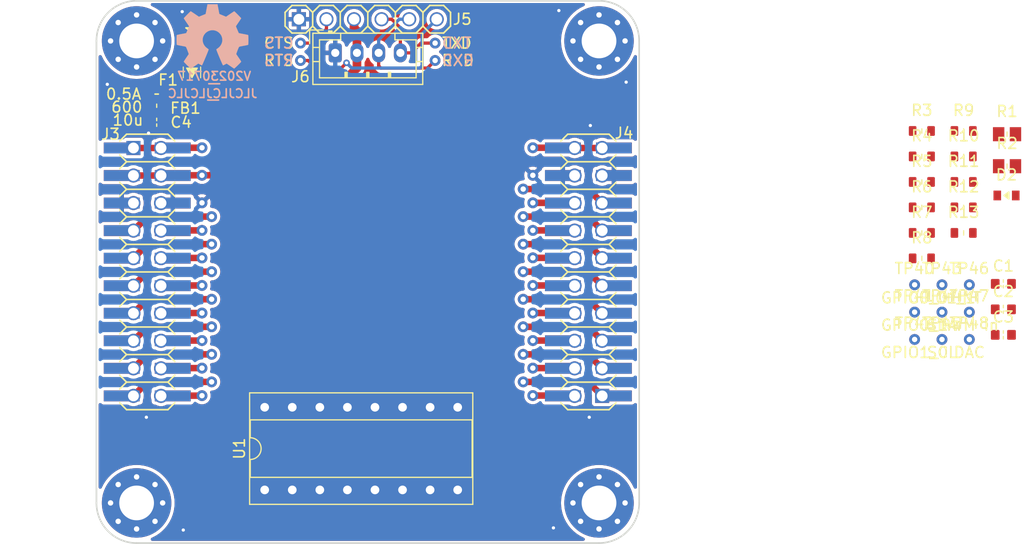
<source format=kicad_pcb>
(kicad_pcb (version 20221018) (generator pcbnew)
  (layers (0 "F.Cu" signal) (31 "B.Cu" signal) (34 "B.Paste" user) (35 "F.Paste" user) (36 "B.SilkS" user "B.Silkscreen") (37 "F.SilkS" user "F.Silkscreen") (38 "B.Mask" user) (39 "F.Mask" user) (44 "Edge.Cuts" user))
  (net 0 "")
  (net 1 "/VBUS")
  (net 2 "/VSS")
  (net 3 "/GPIO_28")
  (net 4 "/GPIO_29")
  (net 5 "/GPIO_20")
  (net 6 "/GPIO_23")
  (net 7 "/GPIO_27")
  (net 8 "/GPIO_16")
  (net 9 "/GPIO_21")
  (net 10 "/GPIO_19")
  (net 11 "/GPIO_17")
  (net 12 "/GPIO_18")
  (net 13 "/GPIO_15")
  (net 14 "/GPIO_14")
  (net 15 "/GPIO_22")
  (net 16 "/GPIO_24")
  (net 17 "/GPIO_25")
  (net 18 "/GPIO_26")
  (net 19 "/GPIO_13")
  (net 20 "/GPIO_12")
  (net 21 "/GPIO_11")
  (net 22 "/GPIO_10")
  (net 23 "/GPIO_09")
  (net 24 "/GPIO_08")
  (net 25 "/GPIO_07")
  (net 26 "/GPIO_06")
  (net 27 "/GPIO_05")
  (net 28 "/GPIO_04")
  (net 29 "/GPIO_03")
  (net 30 "/GPIO_02")
  (net 31 "/GPIO_01")
  (net 32 "/GPIO_00")
  (net 33 "/VDD1")
  (net 34 "/VDD2")
  (net 35 "Net-(F1-Pad1)")
  (net 36 "/TXD")
  (net 37 "/RXD")
  (net 38 "/RTS")
  (net 39 "/CTS")
  (net 40 "Net-(D1-K)")
  (net 41 "/VIN")
  (net 42 "Net-(C2-Pad2)")
  (net 43 "Net-(D2-K)")
  (net 44 "Net-(R1-Pad1)")
  (net 45 "Net-(R1-Pad2)")
  (net 46 "Net-(R2-Pad1)")
  (net 47 "Net-(R2-Pad2)")
  (net 48 "/SDA")
  (net 49 "/SCL")
  (net 50 "Net-(U1-A0)")
  (net 51 "Net-(U1-A1)")
  (net 52 "Net-(U1-A2)")
  (net 53 "Net-(U1-P7)")
  (net 54 "Net-(U1-P6)")
  (net 55 "Net-(U1-P5)")
  (net 56 "Net-(U1-P4)")
  (net 57 "/INT")
  (net 58 "Net-(R13-Pad1)")
  (net 59 "Net-(U1-P0)")
  (net 60 "Net-(U1-P1)")
  (footprint "MountingHole:MountingHole_3.2mm_M3_Pad_Via" (layer "F.Cu") (at 63.7 64.7)
    (fp_text reference "H1" hide)
    (fp_text value "MountingHole" hide)
  )
  (footprint "MountingHole:MountingHole_3.2mm_M3_Pad_Via" (layer "F.Cu") (at 106.3 64.7)
    (fp_text reference "H2" hide)
    (fp_text value "MountingHole" hide)
  )
  (footprint "MountingHole:MountingHole_3.2mm_M3_Pad_Via" (layer "F.Cu") (at 63.7 107.3)
    (fp_text reference "H4" hide)
    (fp_text value "MountingHole" hide)
  )
  (footprint "MountingHole:MountingHole_3.2mm_M3_Pad_Via" (layer "F.Cu") (at 106.3 107.3)
    (fp_text reference "H3" hide)
    (fp_text value "MountingHole" hide)
  )
  (footprint "SquantorConnectorsNamed:nuclone_small_right_stacked" (layer "F.Cu") (at 105.32 86 90)
    (fp_text reference "J4")
    (fp_text value "nuclone_small_right")
  )
  (footprint "SquantorConnectorsNamed:nuclone_small_left_stacked" (layer "F.Cu") (at 64.68 86 -90)
    (fp_text reference "J3")
    (fp_text value "nuclone_small_left")
  )
  (footprint "SquantorTestPoints:TestPoint_hole_H05R10_2side" (layer "F.Cu") (at 69.723 74.549)
    (fp_text reference "TP1" hide)
    (fp_text value "VDD1" hide)
  )
  (footprint "SquantorTestPoints:TestPoint_hole_H05R10_2side" (layer "F.Cu") (at 69.723 77.089)
    (fp_text reference "TP2" hide)
    (fp_text value "VBUS" hide)
  )
  (footprint "SquantorTestPoints:TestPoint_hole_H05R10_2side" (layer "F.Cu") (at 69.723 79.629)
    (fp_text reference "TP3" hide)
    (fp_text value "VSS" hide)
  )
  (footprint "SquantorTestPoints:TestPoint_hole_H05R10_2side" (layer "F.Cu") (at 70.612 80.9)
    (fp_text reference "TP4" hide)
    (fp_text value "P00" hide)
  )
  (footprint "SquantorTestPoints:TestPoint_hole_H05R10_2side" (layer "F.Cu") (at 69.723 82.169)
    (fp_text reference "TP5" hide)
    (fp_text value "P01" hide)
  )
  (footprint "SquantorTestPoints:TestPoint_hole_H05R10_2side" (layer "F.Cu") (at 70.612 83.439)
    (fp_text reference "TP6" hide)
    (fp_text value "P02" hide)
  )
  (footprint "SquantorTestPoints:TestPoint_hole_H05R10_2side" (layer "F.Cu") (at 69.723 84.709)
    (fp_text reference "TP7" hide)
    (fp_text value "P03" hide)
  )
  (footprint "SquantorTestPoints:TestPoint_hole_H05R10_2side" (layer "F.Cu") (at 70.612 85.979)
    (fp_text reference "TP8" hide)
    (fp_text value "P04" hide)
  )
  (footprint "SquantorTestPoints:TestPoint_hole_H05R10_2side" (layer "F.Cu") (at 69.723 87.249)
    (fp_text reference "TP9" hide)
    (fp_text value "P05" hide)
  )
  (footprint "SquantorTestPoints:TestPoint_hole_H05R10_2side" (layer "F.Cu") (at 70.612 88.519)
    (fp_text reference "TP10" hide)
    (fp_text value "P06" hide)
  )
  (footprint "SquantorTestPoints:TestPoint_hole_H05R10_2side" (layer "F.Cu") (at 69.723 89.789)
    (fp_text reference "TP11" hide)
    (fp_text value "P07" hide)
  )
  (footprint "SquantorTestPoints:TestPoint_hole_H05R10_2side" (layer "F.Cu") (at 70.612 91.059)
    (fp_text reference "TP12" hide)
    (fp_text value "P08" hide)
  )
  (footprint "SquantorTestPoints:TestPoint_hole_H05R10_2side" (layer "F.Cu") (at 69.723 92.329)
    (fp_text reference "TP13" hide)
    (fp_text value "P09" hide)
  )
  (footprint "SquantorTestPoints:TestPoint_hole_H05R10_2side" (layer "F.Cu") (at 70.612 93.599)
    (fp_text reference "TP14" hide)
    (fp_text value "P10" hide)
  )
  (footprint "SquantorTestPoints:TestPoint_hole_H05R10_2side" (layer "F.Cu") (at 69.723 94.869)
    (fp_text reference "TP15" hide)
    (fp_text value "P11" hide)
  )
  (footprint "SquantorTestPoints:TestPoint_hole_H05R10_2side" (layer "F.Cu") (at 70.612 96.139)
    (fp_text reference "TP16" hide)
    (fp_text value "P12" hide)
  )
  (footprint "SquantorTestPoints:TestPoint_hole_H05R10_2side" (layer "F.Cu") (at 69.723 97.409)
    (fp_text reference "TP17" hide)
    (fp_text value "P13" hide)
  )
  (footprint "SquantorTestPoints:TestPoint_hole_H05R10_2side" (layer "F.Cu") (at 100.203 74.549)
    (fp_text reference "TP18" hide)
    (fp_text value "VDD2" hide)
  )
  (footprint "SquantorTestPoints:TestPoint_hole_H05R10_2side" (layer "F.Cu") (at 100.203 77.089)
    (fp_text reference "TP19" hide)
    (fp_text value "VSS" hide)
  )
  (footprint "SquantorTestPoints:TestPoint_hole_H05R10_2side" (layer "F.Cu") (at 99.314 78.359)
    (fp_text reference "TP20" hide)
    (fp_text value "P29" hide)
  )
  (footprint "SquantorTestPoints:TestPoint_hole_H05R10_2side" (layer "F.Cu") (at 100.203 79.629)
    (fp_text reference "TP21" hide)
    (fp_text value "P28" hide)
  )
  (footprint "SquantorTestPoints:TestPoint_hole_H05R10_2side" (layer "F.Cu") (at 99.314 80.899)
    (fp_text reference "TP22" hide)
    (fp_text value "P27" hide)
  )
  (footprint "SquantorTestPoints:TestPoint_hole_H05R10_2side" (layer "F.Cu") (at 100.203 82.169)
    (fp_text reference "TP23" hide)
    (fp_text value "P26" hide)
  )
  (footprint "SquantorTestPoints:TestPoint_hole_H05R10_2side" (layer "F.Cu") (at 99.314 83.439)
    (fp_text reference "TP24" hide)
    (fp_text value "P25" hide)
  )
  (footprint "SquantorTestPoints:TestPoint_hole_H05R10_2side" (layer "F.Cu") (at 100.203 84.7)
    (fp_text reference "TP25" hide)
    (fp_text value "P24" hide)
  )
  (footprint "SquantorTestPoints:TestPoint_hole_H05R10_2side" (layer "F.Cu") (at 99.314 85.979)
    (fp_text reference "TP26" hide)
    (fp_text value "P23" hide)
  )
  (footprint "SquantorTestPoints:TestPoint_hole_H05R10_2side" (layer "F.Cu") (at 100.203 87.249)
    (fp_text reference "TP27" hide)
    (fp_text value "P22" hide)
  )
  (footprint "SquantorTestPoints:TestPoint_hole_H05R10_2side" (layer "F.Cu") (at 99.314 88.519)
    (fp_text reference "TP28" hide)
    (fp_text value "P21" hide)
  )
  (footprint "SquantorTestPoints:TestPoint_hole_H05R10_2side" (layer "F.Cu") (at 100.203 89.789)
    (fp_text reference "TP29" hide)
    (fp_text value "P20" hide)
  )
  (footprint "SquantorTestPoints:TestPoint_hole_H05R10_2side" (layer "F.Cu") (at 99.314 91.059)
    (fp_text reference "TP30" hide)
    (fp_text value "P19" hide)
  )
  (footprint "SquantorTestPoints:TestPoint_hole_H05R10_2side" (layer "F.Cu") (at 99.314 93.599)
    (fp_text reference "TP32" hide)
    (fp_text value "P17" hide)
  )
  (footprint "SquantorTestPoints:TestPoint_hole_H05R10_2side" (layer "F.Cu") (at 100.2 94.869)
    (fp_text reference "TP33" hide)
    (fp_text value "P16" hide)
  )
  (footprint "SquantorTestPoints:TestPoint_hole_H05R10_2side" (layer "F.Cu") (at 99.314 96.139)
    (fp_text reference "TP34" hide)
    (fp_text value "P15" hide)
  )
  (footprint "SquantorTestPoints:TestPoint_hole_H05R10_2side" (layer "F.Cu") (at 100.2 97.4)
    (fp_text reference "TP35" hide)
    (fp_text value "P14" hide)
  )
  (footprint "SquantorRcl:C_0603" (layer "F.Cu") (at 65.55 72.2 180)
    (fp_text reference "C4")
    (fp_text value "10u")
  )
  (footprint "SquantorRcl:F_0603_hand" (layer "F.Cu") (at 65.55 69.6)
    (fp_text reference "F1")
    (fp_text value "0.5A")
  )
  (footprint "SquantorRcl:L_0603" (layer "F.Cu") (at 65.55 70.9 180)
    (fp_text reference "FB1")
    (fp_text value "600")
  )
  (footprint "SquantorTestPoints:TestPoint_hole_H05R10_2side" (layer "F.Cu") (at 100.203 92.329)
    (fp_text reference "TP31" hide)
    (fp_text value "P18" hide)
  )
  (footprint "SquantorRcl:R_0603_hand" (layer "F.Cu") (at 136.04 82.4)
    (fp_text reference "R7")
    (fp_text value "10K")
  )
  (footprint "SquantorRcl:R_0603_hand" (layer "F.Cu") (at 136.04 77.7)
    (fp_text reference "R5")
    (fp_text value "10K")
  )
  (footprint "SquantorTestPoints:TestPoint_hole_H05R10_2side" (layer "F.Cu") (at 78.8 64.9)
    (fp_text reference "TP36" hide)
    (fp_text value "CTS")
  )
  (footprint "SquantorTestPoints:TestPoint_hole_H05R10" (layer "F.Cu") (at 137.895 89.705)
    (fp_text reference "TP44")
    (fp_text value "SDA")
  )
  (footprint "SquantorTestPoints:TestPoint_hole_H05R10" (layer "F.Cu") (at 140.415 87.185)
    (fp_text reference "TP46")
    (fp_text value "INT")
  )
  (footprint "SquantorRcl:C_0603" (layer "F.Cu") (at 143.55 87.1)
    (fp_text reference "C1")
    (fp_text value "1u")
  )
  (footprint "SquantorTestPoints:TestPoint_hole_H05R10_2side" (layer "F.Cu") (at 78.8 66.5)
    (fp_text reference "TP37" hide)
    (fp_text value "RTS")
  )
  (footprint "SquantorRcl:R_0603_hand" (layer "F.Cu") (at 136.04 73)
    (fp_text reference "R3")
    (fp_text value "2.2K")
  )
  (footprint "SquantorTestPoints:TestPoint_hole_H05R10" (layer "F.Cu") (at 135.375 89.705)
    (fp_text reference "TP41")
    (fp_text value "GPIO0_1")
  )
  (footprint "SquantorTestPoints:TestPoint_hole_H05R10" (layer "F.Cu") (at 137.895 92.225)
    (fp_text reference "TP45")
    (fp_text value "SCL")
  )
  (footprint "SquantorDiodes:SOD-123F-hand" (layer "F.Cu") (at 68.8 67.6 90)
    (fp_text reference "D1")
    (fp_text value "A7 LCSC")
  )
  (footprint "SquantorTestPoints:TestPoint_hole_H05R10" (layer "F.Cu") (at 137.895 87.185)
    (fp_text reference "TP43")
    (fp_text value "GPIO1_1")
  )
  (footprint "SquantorRcl:R_0603_hand" (layer "F.Cu") (at 136.04 75.35)
    (fp_text reference "R4")
    (fp_text value "2.2K")
  )
  (footprint "SquantorTestPoints:TestPoint_hole_H05R10" (layer "F.Cu") (at 135.375 87.185)
    (fp_text reference "TP40")
    (fp_text value "GPIO0_0")
  )
  (footprint "SquantorRcl:R_0603_hand" (layer "F.Cu") (at 136.04 84.75)
    (fp_text reference "R8")
    (fp_text value "1K")
  )
  (footprint "SquantorRcl:C_0603" (layer "F.Cu") (at 143.55 91.8)
    (fp_text reference "C3")
    (fp_text value "1u")
  )
  (footprint "SquantorRcl:R_0603_hand" (layer "F.Cu") (at 136.04 80.05)
    (fp_text reference "R6")
    (fp_text value "10K")
  )
  (footprint "SquantorRcl:R_0805+0603" (layer "F.Cu") (at 143.89 76.25)
    (fp_text reference "R2")
    (fp_text value "1K")
  )
  (footprint "Connector_JST:JST_PH_B4B-PH-K_1x04_P2.00mm_Vertical" (layer "F.Cu") (at 82 65.8)
    (fp_text reference "J6")
    (fp_text value "DevBoardUartInput")
  )
  (footprint "SquantorDiodes:LED_0603_hand" (layer "F.Cu") (at 143.84 78.95)
    (fp_text reference "D2")
    (fp_text value "LED")
  )
  (footprint "SquantorRcl:R_0805+0603" (layer "F.Cu") (at 143.89 73.3)
    (fp_text reference "R1")
    (fp_text value "1K")
  )
  (footprint "SquantorTestPoints:TestPoint_hole_H05R10_2side" (layer "F.Cu") (at 91.2 66.5)
    (fp_text reference "TP39" hide)
    (fp_text value "RXD")
  )
  (footprint "SquantorRcl:R_0603_hand" (layer "F.Cu") (at 139.89 82.4)
    (fp_text reference "R13")
    (fp_text value "1K")
  )
  (footprint "SquantorRcl:C_0603" (layer "F.Cu") (at 143.55 89.45)
    (fp_text reference "C2")
    (fp_text value "1u")
  )
  (footprint "SquantorTestPoints:TestPoint_hole_H05R10" (layer "F.Cu") (at 140.415 92.225)
    (fp_text reference "TP48")
    (fp_text value "DAC")
  )
  (footprint "SquantorTestPoints:TestPoint_hole_H05R10" (layer "F.Cu") (at 140.415 89.705)
    (fp_text reference "TP47")
    (fp_text value "PWM in")
  )
  (footprint "SquantorTestPoints:TestPoint_hole_H05R10_2side" (layer "F.Cu") (at 91.2 64.9)
    (fp_text reference "TP38" hide)
    (fp_text value "TXD")
  )
  (footprint "SquantorConnectors:Header-0254-1X06-H010" (layer "F.Cu") (at 85 62.7)
    (fp_text reference "J5")
    (fp_text value "FTDI_PINS_1X06")
  )
  (footprint "SquantorRcl:R_0603_hand" (layer "F.Cu") (at 139.89 80.05)
    (fp_text reference "R12")
    (fp_text value "2.2K")
  )
  (footprint "SquantorRcl:R_0603_hand" (layer "F.Cu") (at 139.89 75.35)
    (fp_text reference "R10")
    (fp_text value "10K")
  )
  (footprint "Package_DIP:DIP-16_W7.62mm_Socket" (layer "F.Cu") (at 75.5 106.1 90)
    (fp_text reference "U1")
    (fp_text value "PCF8574")
  )
  (footprint "SquantorTestPoints:TestPoint_hole_H05R10" (layer "F.Cu") (at 135.375 92.225)
    (fp_text reference "TP42")
    (fp_text value "GPIO1_0")
  )
  (footprint "SquantorRcl:R_0603_hand" (layer "F.Cu") (at 139.89 73)
    (fp_text reference "R9")
    (fp_text value "10K")
  )
  (footprint "SquantorRcl:R_0603_hand" (layer "F.Cu") (at 139.89 77.7)
    (fp_text reference "R11")
    (fp_text value "10K")
  )
  (footprint "Symbol:OSHW-Symbol_6.7x6mm_SilkScreen" (layer "B.Cu") (at 70.7 64.3 180)
    (fp_text reference "N1" hide)
    (fp_text value "OHWLOGO" hide)
  )
  (footprint "SquantorLabels:Label_Generic" (layer "B.Cu") (at 70.75 69.55 180)
    (fp_text reference "N3" hide)
    (fp_text value "JLCJLCJLCJLC")
  )
  (footprint "SquantorLabels:Label_Generic" (layer "B.Cu") (at 70.85 68.05 180)
    (fp_text reference "N2" hide)
    (fp_text value "V20230717")
  )
  (gr_arc (start 110 107.3) (mid 108.916295 109.916295) (end 106.3 111) (stroke (width 0.15)) (layer "Edge.Cuts"))
  (gr_arc (start 63.7 111) (mid 61.083705 109.916295) (end 60 107.3) (stroke (width 0.15)) (layer "Edge.Cuts"))
  (gr_line (start 60 64.7) (end 60 107.3) (stroke (width 0.15)) (layer "Edge.Cuts"))
  (gr_line (start 106.3 61) (end 63.7 61) (stroke (width 0.15)) (layer "Edge.Cuts"))
  (gr_line (start 110 107.3) (end 110 64.7) (stroke (width 0.15)) (layer "Edge.Cuts"))
  (gr_arc (start 106.3 61) (mid 108.916295 62.083705) (end 110 64.7) (stroke (width 0.15)) (layer "Edge.Cuts"))
  (gr_arc (start 60 64.7) (mid 61.083705 62.083705) (end 63.7 61) (stroke (width 0.15)) (layer "Edge.Cuts"))
  (gr_line (start 63.7 111) (end 106.3 111) (stroke (width 0.15)) (layer "Edge.Cuts"))
  (segment (start 69.2 72.2) (end 66.3 72.2) (width 0.6) (layer "F.Cu") (net 1))
  (segment (start 66.3 70.9) (end 66.3 72.2) (width 0.8) (layer "F.Cu") (net 1))
  (segment (start 69.723 77.089) (end 70.511 77.089) (width 0.6) (layer "F.Cu") (net 1))
  (segment (start 62.33 77.11) (end 67.03 77.11) (width 0.6) (layer "F.Cu") (net 1))
  (segment (start 67.051 77.089) (end 67.03 77.11) (width 0.6) (layer "F.Cu") (net 1))
  (segment (start 69.723 77.089) (end 67.051 77.089) (width 0.6) (layer "F.Cu") (net 1))
  (segment (start 71 76.6) (end 71 74) (width 0.6) (layer "F.Cu") (net 1))
  (segment (start 71 74) (end 69.2 72.2) (width 0.6) (layer "F.Cu") (net 1))
  (segment (start 70.511 77.089) (end 71 76.6) (width 0.6) (layer "F.Cu") (net 1))
  (via (at 64.6 99.4) (size 0.6) (drill 0.3) (layers "F.Cu" "B.Cu") (net 2))
  (via (at 105.4 99.4) (size 0.6) (drill 0.3) (layers "F.Cu" "B.Cu") (net 2))
  (via (at 102.1 109.6) (size 0.6) (drill 0.3) (layers "F.Cu" "B.Cu") (net 2))
  (via (at 68 109.8) (size 0.6) (drill 0.3) (layers "F.Cu" "B.Cu") (net 2))
  (via (at 67.9 62) (size 0.6) (drill 0.3) (layers "F.Cu" "B.Cu") (net 2))
  (via (at 61 68.7) (size 0.6) (drill 0.3) (layers "F.Cu" "B.Cu") (net 2))
  (via (at 102.6 61.9) (size 0.6) (drill 0.3) (layers "F.Cu" "B.Cu") (net 2))
  (via (at 108.8 68.5) (size 0.6) (drill 0.3) (layers "F.Cu" "B.Cu") (net 2))
  (via (at 105.5 72.5) (size 0.6) (drill 0.3) (layers "F.Cu" "B.Cu") (net 2))
  (via (at 64.8 73.2) (size 0.6) (drill 0.3) (layers "F.Cu" "B.Cu") (net 2))
  (segment (start 100.203 79.629) (end 102.949 79.629) (width 0.6) (layer "F.Cu") (net 3))
  (segment (start 102.949 79.629) (end 102.97 79.65) (width 0.6) (layer "F.Cu") (net 3))
  (segment (start 105.299 78.359) (end 106.59 79.65) (width 0.6) (layer "F.Cu") (net 4))
  (segment (start 99.314 78.359) (end 105.299 78.359) (width 0.6) (layer "F.Cu") (net 4))
  (segment (start 100.203 89.789) (end 102.949 89.789) (width 0.6) (layer "F.Cu") (net 5))
  (segment (start 102.949 89.789) (end 102.97 89.81) (width 0.6) (layer "F.Cu") (net 5))
  (segment (start 99.314 85.979) (end 105.299 85.979) (width 0.6) (layer "F.Cu") (net 6))
  (segment (start 105.299 85.979) (end 106.59 87.27) (width 0.6) (layer "F.Cu") (net 6))
  (segment (start 105.299 80.899) (end 106.59 82.19) (width 0.6) (layer "F.Cu") (net 7))
  (segment (start 99.314 80.899) (end 105.299 80.899) (width 0.6) (layer "F.Cu") (net 7))
  (segment (start 100.2 94.869) (end 102.949 94.869) (width 0.6) (layer "F.Cu") (net 8))
  (segment (start 102.949 94.869) (end 102.97 94.89) (width 0.6) (layer "F.Cu") (net 8))
  (segment (start 105.299 88.519) (end 106.59 89.81) (width 0.6) (layer "F.Cu") (net 9))
  (segment (start 99.314 88.519) (end 105.299 88.519) (width 0.6) (layer "F.Cu") (net 9))
  (segment (start 105.299 91.059) (end 106.59 92.35) (width 0.6) (layer "F.Cu") (net 10))
  (segment (start 99.314 91.059) (end 105.299 91.059) (width 0.6) (layer "F.Cu") (net 10))
  (segment (start 99.314 93.599) (end 105.299 93.599) (width 0.6) (layer "F.Cu") (net 11))
  (segment (start 105.299 93.599) (end 106.59 94.89) (width 0.6) (layer "F.Cu") (net 11))
  (segment (start 102.949 92.329) (end 102.97 92.35) (width 0.6) (layer "F.Cu") (net 12))
  (segment (start 100.203 92.329) (end 102.949 92.329) (width 0.6) (layer "F.Cu") (net 12))
  (segment (start 105.299 96.139) (end 106.59 97.43) (width 0.6) (layer "F.Cu") (net 13))
  (segment (start 99.314 96.139) (end 105.299 96.139) (width 0.6) (layer "F.Cu") (net 13))
  (segment (start 102.94 97.4) (end 102.97 97.43) (width 0.6) (layer "F.Cu") (net 14))
  (segment (start 100.2 97.4) (end 102.94 97.4) (width 0.6) (layer "F.Cu") (net 14))
  (segment (start 102.949 87.249) (end 102.97 87.27) (width 0.6) (layer "F.Cu") (net 15))
  (segment (start 100.203 87.249) (end 102.949 87.249) (width 0.6) (layer "F.Cu") (net 15))
  (segment (start 100.203 84.7) (end 102.94 84.7) (width 0.6) (layer "F.Cu") (net 16))
  (segment (start 102.94 84.7) (end 102.97 84.73) (width 0.6) (layer "F.Cu") (net 16))
  (segment (start 99.314 83.439) (end 105.299 83.439) (width 0.6) (layer "F.Cu") (net 17))
  (segment (start 105.299 83.439) (end 106.59 84.73) (width 0.6) (layer "F.Cu") (net 17))
  (segment (start 100.203 82.169) (end 102.949 82.169) (width 0.6) (layer "F.Cu") (net 18))
  (segment (start 102.949 82.169) (end 102.97 82.19) (width 0.6) (layer "F.Cu") (net 18))
  (segment (start 67.051 97.409) (end 67.03 97.43) (width 0.6) (layer "F.Cu") (net 19))
  (segment (start 69.723 97.409) (end 67.051 97.409) (width 0.6) (layer "F.Cu") (net 19))
  (segment (start 64.701 96.139) (end 63.41 97.43) (width 0.6) (layer "F.Cu") (net 20))
  (segment (start 70.612 96.139) (end 64.701 96.139) (width 0.6) (layer "F.Cu") (net 20))
  (segment (start 69.723 94.869) (end 67.051 94.869) (width 0.6) (layer "F.Cu") (net 21))
  (segment (start 67.051 94.869) (end 67.03 94.89) (width 0.6) (layer "F.Cu") (net 21))
  (segment (start 64.701 93.599) (end 63.41 94.89) (width 0.6) (layer "F.Cu") (net 22))
  (segment (start 70.612 93.599) (end 64.701 93.599) (width 0.6) (layer "F.Cu") (net 22))
  (segment (start 69.723 92.329) (end 67.051 92.329) (width 0.6) (layer "F.Cu") (net 23))
  (segment (start 67.051 92.329) (end 67.03 92.35) (width 0.6) (layer "F.Cu") (net 23))
  (segment (start 70.612 91.059) (end 64.701 91.059) (width 0.6) (layer "F.Cu") (net 24))
  (segment (start 64.701 91.059) (end 63.41 92.35) (width 0.6) (layer "F.Cu") (net 24))
  (segment (start 67.051 89.789) (end 67.03 89.81) (width 0.6) (layer "F.Cu") (net 25))
  (segment (start 69.723 89.789) (end 67.051 89.789) (width 0.6) (layer "F.Cu") (net 25))
  (segment (start 70.612 88.519) (end 64.701 88.519) (width 0.6) (layer "F.Cu") (net 26))
  (segment (start 64.701 88.519) (end 63.41 89.81) (width 0.6) (layer "F.Cu") (net 26))
  (segment (start 67.051 87.249) (end 67.03 87.27) (width 0.6) (layer "F.Cu") (net 27))
  (segment (start 69.723 87.249) (end 67.051 87.249) (width 0.6) (layer "F.Cu") (net 27))
  (segment (start 64.701 85.979) (end 63.41 87.27) (width 0.6) (layer "F.Cu") (net 28))
  (segment (start 70.612 85.979) (end 64.701 85.979) (width 0.6) (layer "F.Cu") (net 28))
  (segment (start 67.051 84.709) (end 67.03 84.73) (width 0.6) (layer "F.Cu") (net 29))
  (segment (start 69.723 84.709) (end 67.051 84.709) (width 0.6) (layer "F.Cu") (net 29))
  (segment (start 64.701 83.439) (end 63.41 84.73) (width 0.6) (layer "F.Cu") (net 30))
  (segment (start 70.612 83.439) (end 64.701 83.439) (width 0.6) (layer "F.Cu") (net 30))
  (segment (start 67.051 82.169) (end 67.03 82.19) (width 0.6) (layer "F.Cu") (net 31))
  (segment (start 69.723 82.169) (end 67.051 82.169) (width 0.6) (layer "F.Cu") (net 31))
  (segment (start 64.7 80.9) (end 63.41 82.19) (width 0.6) (layer "F.Cu") (net 32))
  (segment (start 70.612 80.9) (end 64.7 80.9) (width 0.6) (layer "F.Cu") (net 32))
  (segment (start 69.723 74.549) (end 67.051 74.549) (width 0.6) (layer "F.Cu") (net 33))
  (segment (start 67.051 74.549) (end 67.03 74.57) (width 0.4) (layer "F.Cu") (net 33))
  (segment (start 62.33 74.57) (end 67.03 74.57) (width 0.6) (layer "F.Cu") (net 33))
  (segment (start 107.67 74.57) (end 102.97 74.57) (width 0.6) (layer "F.Cu") (net 34))
  (segment (start 100.203 74.549) (end 102.949 74.549) (width 0.6) (layer "F.Cu") (net 34))
  (segment (start 102.949 74.549) (end 102.97 74.57) (width 0.6) (layer "F.Cu") (net 34))
  (segment (start 64.8 70.9) (end 64.8 69.6) (width 0.8) (layer "F.Cu") (net 35))
  (segment (start 89.9 64.9) (end 91.2 64.9) (width 0.3) (layer "F.Cu") (net 36))
  (segment (start 89 65.8) (end 89.9 64.9) (width 0.3) (layer "F.Cu") (net 36))
  (segment (start 88 63.5) (end 88 65.8) (width 0.3) (layer "F.Cu") (net 36))
  (segment (start 88 65.8) (end 89 65.8) (width 0.3) (layer "F.Cu") (net 36))
  (segment (start 86.27 62.7) (end 87.2 62.7) (width 0.3) (layer "F.Cu") (net 36))
  (segment (start 87.2 62.7) (end 88 63.5) (width 0.3) (layer "F.Cu") (net 36))
  (segment (start 86.2 67.2) (end 86 67) (width 0.3) (layer "F.Cu") (net 37))
  (segment (start 91.2 66.5) (end 90.5 67.2) (width 0.3) (layer "F.Cu") (net 37))
  (segment (start 90.5 67.2) (end 86.2 67.2) (width 0.3) (layer "F.Cu") (net 37))
  (segment (start 86 67) (end 86 65.8) (width 0.3) (layer "F.Cu") (net 37))
  (segment (start 86 64.6) (end 86 65.8) (width 0.3) (layer "B.Cu") (net 37))
  (segment (start 88.81 62.7) (end 87.9 62.7) (width 0.3) (layer "B.Cu") (net 37))
  (segment (start 87.9 62.7) (end 86 64.6) (width 0.3) (layer "B.Cu") (net 37))
  (segment (start 82.557301 67.2) (end 80.2 67.2) (width 0.3) (layer "F.Cu") (net 38))
  (segment (start 80.2 67.2) (end 79.5 66.5) (width 0.3) (layer "F.Cu") (net 38))
  (segment (start 83.040266 66.717035) (end 82.557301 67.2) (width 0.3) (layer "F.Cu") (net 38))
  (segment (start 79.5 66.5) (end 78.8 66.5) (width 0.3) (layer "F.Cu") (net 38))
  (via (at 83.040266 66.717035) (size 0.6) (drill 0.3) (layers "F.Cu" "B.Cu") (net 38))
  (segment (start 83.040266 66.717035) (end 83.523231 67.2) (width 0.3) (layer "B.Cu") (net 38))
  (segment (start 89.8 67.2) (end 90 67) (width 0.3) (layer "B.Cu") (net 38))
  (segment (start 83.523231 67.2) (end 89.8 67.2) (width 0.3) (layer "B.Cu") (net 38))
  (segment (start 90 64.05) (end 91.35 62.7) (width 0.3) (layer "B.Cu") (net 38))
  (segment (start 90 67) (end 90 64.05) (width 0.3) (layer "B.Cu") (net 38))
  (segment (start 81.19 62.7) (end 81.19 63.61) (width 0.3) (layer "F.Cu") (net 39))
  (segment (start 81.19 63.61) (end 79.9 64.9) (width 0.3) (layer "F.Cu") (net 39))
  (segment (start 79.9 64.9) (end 78.8 64.9) (width 0.3) (layer "F.Cu") (net 39))
  (segment (start 68.38 69.6) (end 68.8 69.18) (width 0.8) (layer "F.Cu") (net 40))
  (segment (start 66.3 69.6) (end 68.38 69.6) (width 0.8) (layer "F.Cu") (net 40))
  (segment (start 83.73 63.5) (end 83.73 62.7) (width 0.8) (layer "F.Cu") (net 41))
  (segment (start 84 65.8) (end 84 67.2) (width 0.8) (layer "F.Cu") (net 41))
  (segment (start 76.2 65.8) (end 76.2 62.8) (width 0.8) (layer "F.Cu") (net 41))
  (segment (start 75.7 62.3) (end 69.4 62.3) (width 0.8) (layer "F.Cu") (net 41))
  (segment (start 76.2 62.8) (end 75.7 62.3) (width 0.8) (layer "F.Cu") (net 41))
  (segment (start 84 63.77) (end 83.73 63.5) (width 0.8) (layer "F.Cu") (net 41))
  (segment (start 68.8 62.9) (end 68.8 66.02) (width 0.8) (layer "F.Cu") (net 41))
  (segment (start 83.1 68.1) (end 78.5 68.1) (width 0.8) (layer "F.Cu") (net 41))
  (segment (start 69.4 62.3) (end 68.8 62.9) (width 0.8) (layer "F.Cu") (net 41))
  (segment (start 78.5 68.1) (end 76.2 65.8) (width 0.8) (layer "F.Cu") (net 41))
  (segment (start 84 67.2) (end 83.1 68.1) (width 0.8) (layer "F.Cu") (net 41))
  (segment (start 84 65.8) (end 84 63.77) (width 0.8) (layer "F.Cu") (net 41))
  (zone (net 2) (net_name "/VSS") (layer "F.Cu") (connect_pads (clearance 0.3)) (min_thickness 0.3) (fill yes (thermal_gap 0.3) (thermal_bridge_width 0.4))
    (polygon (pts (xy 110 111) (xy 60 111) (xy 60 61) (xy 110 61)))
  )
  (zone (net 2) (net_name "/VSS") (layer "B.Cu") (connect_pads (clearance 0.3)) (min_thickness 0.3) (fill yes (thermal_gap 0.3) (thermal_bridge_width 0.4))
    (polygon (pts (xy 60 61) (xy 110 61) (xy 110 111) (xy 60 111)))
  )
)
</source>
